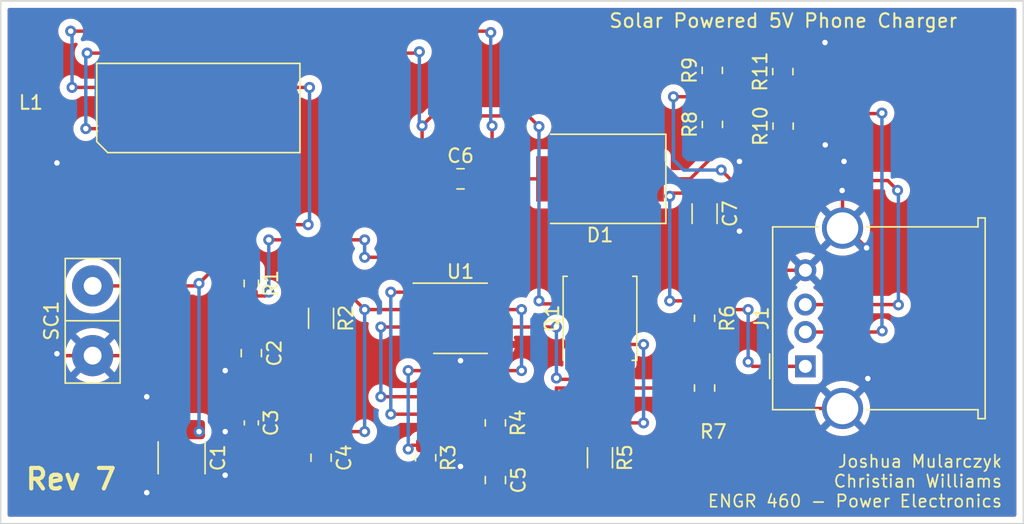
<source format=kicad_pcb>
(kicad_pcb (version 20211014) (generator pcbnew)
  (layers (0 "F.Cu" signal) (31 "B.Cu" signal) (34 "B.Paste" user) (35 "F.Paste" user) (36 "B.SilkS" user "B.Silkscreen") (37 "F.SilkS" user "F.Silkscreen") (38 "B.Mask" user) (39 "F.Mask" user) (44 "Edge.Cuts" user))
  (net 0 "")
  (net 1 "Net-(C4-Pad1)")
  (net 2 "Net-(C3-Pad1)")
  (net 3 "Net-(C5-Pad1)")
  (net 4 "GND")
  (net 5 "Net-(C1-Pad1)")
  (net 6 "Net-(C2-Pad1)")
  (net 7 "Net-(R3-Pad1)")
  (net 8 "Net-(R4-Pad1)")
  (net 9 "Net-(C7-Pad1)")
  (net 10 "Net-(R6-Pad2)")
  (net 11 "Net-(C6-Pad1)")
  (net 12 "Net-(Q1-Pad4)")
  (net 13 "Net-(C6-Pad2)")
  (net 14 "Net-(J1-Pad3)")
  (net 15 "Net-(J1-Pad2)")
  (footprint "SolarChargelibrary:SIP-2" (layer "F.Cu") (at 100.2 71.3 -90)
    (fp_text reference "SC1" (at 0 3 90) (layer "F.SilkS"))
    (fp_text value "Solar_Cell")
    (fp_line (start 4.54 -2) (end 4.54 2) (layer "F.SilkS") (width 0.12))
    (fp_line (start 0 -2) (end 0 2) (layer "F.SilkS") (width 0.12))
    (fp_line (start -4.54 -2) (end 4.54 -2) (layer "F.SilkS") (width 0.12))
    (fp_line (start -4.54 2) (end -4.54 -2) (layer "F.SilkS") (width 0.12))
    (fp_line (start 4.54 2) (end -4.54 2) (layer "F.SilkS") (width 0.12))
    (pad "1" thru_hole circle (at -2.54 0 270) (size 3 3) (drill 1.3) (layers *.Cu *.Mask) (net 5 "Net-(C1-Pad1)"))
    (pad "2" thru_hole circle (at 2.54 0 270) (size 3 3) (drill 1.3) (layers *.Cu *.Mask) (net 4 "GND"))
  )
  (footprint "Diode_SMD:D_SMC" (layer "F.Cu") (at 137.16 60.96 180)
    (fp_text reference "D1" (at 0 -4.1 180) (layer "F.SilkS"))
    (fp_text value "B340")
    (fp_line (start -4.8 3.25) (end -4.8 -3.25) (layer "F.SilkS") (width 0.12))
    (fp_line (start -4.8 3.25) (end 3.6 3.25) (layer "F.SilkS") (width 0.12))
    (fp_line (start -4.8 -3.25) (end 3.6 -3.25) (layer "F.SilkS") (width 0.12))
    (pad "1" smd rect (at -3.4 0 270) (size 3.3 2.5) (layers "F.Cu" "F.Paste" "F.Mask") (net 9 "Net-(C7-Pad1)"))
    (pad "2" smd rect (at 3.4 0 270) (size 3.3 2.5) (layers "F.Cu" "F.Paste" "F.Mask") (net 13 "Net-(C6-Pad2)"))
  )
  (footprint "Package_SO:SOIC-8_3.9x4.9mm_P1.27mm" (layer "F.Cu") (at 127 71.12)
    (fp_text reference "U1" (at 0 -3.4) (layer "F.SilkS"))
    (fp_text value "LM3478MA_NOPB")
    (fp_line (start 0 2.56) (end 1.95 2.56) (layer "F.SilkS") (width 0.12))
    (fp_line (start 0 2.56) (end -1.95 2.56) (layer "F.SilkS") (width 0.12))
    (fp_line (start 0 -2.56) (end -3.45 -2.56) (layer "F.SilkS") (width 0.12))
    (fp_line (start 0 -2.56) (end 1.95 -2.56) (layer "F.SilkS") (width 0.12))
    (pad "1" smd roundrect (at -2.475 -1.905) (size 1.95 0.6) (layers "F.Cu" "F.Paste" "F.Mask") (net 8 "Net-(R4-Pad1)"))
    (pad "2" smd roundrect (at -2.475 -0.635) (size 1.95 0.6) (layers "F.Cu" "F.Paste" "F.Mask") (net 1 "Net-(C4-Pad1)"))
    (pad "3" smd roundrect (at -2.475 0.635) (size 1.95 0.6) (layers "F.Cu" "F.Paste" "F.Mask") (net 10 "Net-(R6-Pad2)"))
    (pad "4" smd roundrect (at -2.475 1.905) (size 1.95 0.6) (layers "F.Cu" "F.Paste" "F.Mask") (net 4 "GND"))
    (pad "5" smd roundrect (at 2.475 1.905) (size 1.95 0.6) (layers "F.Cu" "F.Paste" "F.Mask") (net 4 "GND"))
    (pad "6" smd roundrect (at 2.475 0.635) (size 1.95 0.6) (layers "F.Cu" "F.Paste" "F.Mask") (net 12 "Net-(Q1-Pad4)"))
    (pad "7" smd roundrect (at 2.475 -0.635) (size 1.95 0.6) (layers "F.Cu" "F.Paste" "F.Mask") (net 7 "Net-(R3-Pad1)"))
    (pad "8" smd roundrect (at 2.475 -1.905) (size 1.95 0.6) (layers "F.Cu" "F.Paste" "F.Mask") (net 6 "Net-(C2-Pad1)"))
  )
  (footprint "Resistor_SMD:R_0805_2012Metric" (layer "F.Cu") (at 150.48 53.1475 90)
    (fp_text reference "R11" (at 0 -1.65 90) (layer "F.SilkS"))
    (fp_text value "100k")
    (fp_line (start -0.227064 -0.735) (end 0.227064 -0.735) (layer "F.SilkS") (width 0.12))
    (fp_line (start -0.227064 0.735) (end 0.227064 0.735) (layer "F.SilkS") (width 0.12))
    (pad "1" smd roundrect (at -0.9125 0 90) (size 1.025 1.4) (layers "F.Cu" "F.Paste" "F.Mask") (roundrect_rratio 0.243902439) (net 15 "Net-(J1-Pad2)"))
    (pad "2" smd roundrect (at 0.9125 0 90) (size 1.025 1.4) (layers "F.Cu" "F.Paste" "F.Mask") (roundrect_rratio 0.243902439) (net 4 "GND"))
  )
  (footprint "SolarChargelibrary:DRQ" (layer "F.Cu") (at 107.9 55.8)
    (fp_text reference "L1" (at -12.2 -0.4 180) (layer "F.SilkS"))
    (fp_text value "10u")
    (fp_line (start -6.6 3.25) (end -7.4 2.45) (layer "F.SilkS") (width 0.12))
    (fp_line (start 7.4 -3.25) (end 7.4 3.25) (layer "F.SilkS") (width 0.12))
    (fp_line (start -7.4 2.45) (end -7.4 -3.25) (layer "F.SilkS") (width 0.12))
    (fp_line (start 7.4 3.25) (end -6.6 3.25) (layer "F.SilkS") (width 0.12))
    (fp_line (start -7.4 -3.25) (end 7.4 -3.25) (layer "F.SilkS") (width 0.12))
    (pad "1" smd rect (at -4.975 1.5) (size 3.85 2.5) (layers "F.Cu" "F.Paste" "F.Mask") (net 11 "Net-(C6-Pad1)"))
    (pad "2" smd rect (at -4.975 -1.5) (size 3.85 2.5) (layers "F.Cu" "F.Paste" "F.Mask") (net 13 "Net-(C6-Pad2)"))
    (pad "3" smd rect (at 4.975 -1.5) (size 3.85 2.5) (layers "F.Cu" "F.Paste" "F.Mask") (net 5 "Net-(C1-Pad1)"))
    (pad "4" smd rect (at 4.975 1.5) (size 3.85 2.5) (layers "F.Cu" "F.Paste" "F.Mask") (net 4 "GND"))
  )
  (footprint "Resistor_SMD:R_1206_3216Metric" (layer "F.Cu") (at 116.84 71.12 -90)
    (fp_text reference "R2" (at 0 -1.82 -90) (layer "F.SilkS"))
    (fp_text value "887")
    (fp_line (start -0.727064 0.91) (end 0.727064 0.91) (layer "F.SilkS") (width 0.12))
    (fp_line (start -0.727064 -0.91) (end 0.727064 -0.91) (layer "F.SilkS") (width 0.12))
    (pad "1" smd roundrect (at -1.4625 0 270) (size 1.125 1.75) (layers "F.Cu" "F.Paste" "F.Mask") (roundrect_rratio 0.2222222222) (net 1 "Net-(C4-Pad1)"))
    (pad "2" smd roundrect (at 1.4625 0 270) (size 1.125 1.75) (layers "F.Cu" "F.Paste" "F.Mask") (roundrect_rratio 0.2222222222) (net 2 "Net-(C3-Pad1)"))
  )
  (footprint "Resistor_SMD:R_0805_2012Metric" (layer "F.Cu") (at 124.46 81.28 -90)
    (fp_text reference "R3" (at 0 -1.65 -90) (layer "F.SilkS"))
    (fp_text value "51.1k")
    (fp_line (start -0.227064 -0.735) (end 0.227064 -0.735) (layer "F.SilkS") (width 0.12))
    (fp_line (start -0.227064 0.735) (end 0.227064 0.735) (layer "F.SilkS") (width 0.12))
    (pad "1" smd roundrect (at -0.9125 0 270) (size 1.025 1.4) (layers "F.Cu" "F.Paste" "F.Mask") (roundrect_rratio 0.243902439) (net 7 "Net-(R3-Pad1)"))
    (pad "2" smd roundrect (at 0.9125 0 270) (size 1.025 1.4) (layers "F.Cu" "F.Paste" "F.Mask") (roundrect_rratio 0.243902439) (net 4 "GND"))
  )
  (footprint "Capacitor_SMD:C_0805_2012Metric" (layer "F.Cu") (at 127 60.96)
    (fp_text reference "C6" (at 0 -1.68) (layer "F.SilkS"))
    (fp_text value "1u")
    (fp_line (start -0.261252 -0.735) (end 0.261252 -0.735) (layer "F.SilkS") (width 0.12))
    (fp_line (start -0.261252 0.735) (end 0.261252 0.735) (layer "F.SilkS") (width 0.12))
    (pad "1" smd roundrect (at -0.95 0) (size 1 1.45) (layers "F.Cu" "F.Paste" "F.Mask") (net 11 "Net-(C6-Pad1)"))
    (pad "2" smd roundrect (at 0.95 0) (size 1 1.45) (layers "F.Cu" "F.Paste" "F.Mask") (net 13 "Net-(C6-Pad2)"))
  )
  (footprint "Resistor_SMD:R_0805_2012Metric" (layer "F.Cu") (at 129.54 78.74 -90)
    (fp_text reference "R4" (at 0 -1.65 -90) (layer "F.SilkS"))
    (fp_text value "100")
    (fp_line (start -0.227064 0.735) (end 0.227064 0.735) (layer "F.SilkS") (width 0.12))
    (fp_line (start -0.227064 -0.735) (end 0.227064 -0.735) (layer "F.SilkS") (width 0.12))
    (pad "1" smd roundrect (at -0.9125 0 270) (size 1.025 1.4) (layers "F.Cu" "F.Paste" "F.Mask") (roundrect_rratio 0.243902439) (net 8 "Net-(R4-Pad1)"))
    (pad "2" smd roundrect (at 0.9125 0 270) (size 1.025 1.4) (layers "F.Cu" "F.Paste" "F.Mask") (roundrect_rratio 0.243902439) (net 3 "Net-(C5-Pad1)"))
  )
  (footprint "Capacitor_SMD:C_0603_1608Metric" (layer "F.Cu") (at 111.76 78.74 -90)
    (fp_text reference "C3" (at 0 -1.43 -90) (layer "F.SilkS"))
    (fp_text value "82n")
    (fp_line (start -0.14058 0.51) (end 0.14058 0.51) (layer "F.SilkS") (width 0.12))
    (fp_line (start -0.14058 -0.51) (end 0.14058 -0.51) (layer "F.SilkS") (width 0.12))
    (pad "1" smd roundrect (at -0.775 0 270) (size 0.9 0.95) (layers "F.Cu" "F.Paste" "F.Mask") (net 2 "Net-(C3-Pad1)"))
    (pad "2" smd roundrect (at 0.775 0 270) (size 0.9 0.95) (layers "F.Cu" "F.Paste" "F.Mask") (net 4 "GND"))
  )
  (footprint "Capacitor_SMD:C_0805_2012Metric" (layer "F.Cu") (at 111.76 73.66 -90)
    (fp_text reference "C2" (at 0 -1.68 -90) (layer "F.SilkS"))
    (fp_text value "100n")
    (fp_line (start -0.261252 -0.735) (end 0.261252 -0.735) (layer "F.SilkS") (width 0.12))
    (fp_line (start -0.261252 0.735) (end 0.261252 0.735) (layer "F.SilkS") (width 0.12))
    (pad "1" smd roundrect (at -0.95 0 270) (size 1 1.45) (layers "F.Cu" "F.Paste" "F.Mask") (net 6 "Net-(C2-Pad1)"))
    (pad "2" smd roundrect (at 0.95 0 270) (size 1 1.45) (layers "F.Cu" "F.Paste" "F.Mask") (net 4 "GND"))
  )
  (footprint "Resistor_SMD:R_0603_1608Metric" (layer "F.Cu") (at 111.76 68.58 -90)
    (fp_text reference "R1" (at 0 -1.43 -90) (layer "F.SilkS"))
    (fp_text value "20")
    (fp_line (start -0.237258 0.5225) (end 0.237258 0.5225) (layer "F.SilkS") (width 0.12))
    (fp_line (start -0.237258 -0.5225) (end 0.237258 -0.5225) (layer "F.SilkS") (width 0.12))
    (pad "1" smd roundrect (at -0.825 0 270) (size 0.8 0.95) (layers "F.Cu" "F.Paste" "F.Mask") (net 5 "Net-(C1-Pad1)"))
    (pad "2" smd roundrect (at 0.825 0 270) (size 0.8 0.95) (layers "F.Cu" "F.Paste" "F.Mask") (net 6 "Net-(C2-Pad1)"))
  )
  (footprint "Resistor_SMD:R_0805_2012Metric" (layer "F.Cu") (at 144.78 71.12 -90)
    (fp_text reference "R6" (at 0 -1.65 -90) (layer "F.SilkS"))
    (fp_text value "29.4k")
    (fp_line (start -0.227064 -0.735) (end 0.227064 -0.735) (layer "F.SilkS") (width 0.12))
    (fp_line (start -0.227064 0.735) (end 0.227064 0.735) (layer "F.SilkS") (width 0.12))
    (pad "1" smd roundrect (at -0.9125 0 270) (size 1.025 1.4) (layers "F.Cu" "F.Paste" "F.Mask") (roundrect_rratio 0.243902439) (net 9 "Net-(C7-Pad1)"))
    (pad "2" smd roundrect (at 0.9125 0 270) (size 1.025 1.4) (layers "F.Cu" "F.Paste" "F.Mask") (roundrect_rratio 0.243902439) (net 10 "Net-(R6-Pad2)"))
  )
  (footprint "Resistor_SMD:R_0805_2012Metric" (layer "F.Cu") (at 145.35 56.9975 90)
    (fp_text reference "R8" (at 0 -1.65 90) (layer "F.SilkS"))
    (fp_text value "130k")
    (fp_line (start -0.227064 0.735) (end 0.227064 0.735) (layer "F.SilkS") (width 0.12))
    (fp_line (start -0.227064 -0.735) (end 0.227064 -0.735) (layer "F.SilkS") (width 0.12))
    (pad "1" smd roundrect (at -0.9125 0 90) (size 1.025 1.4) (layers "F.Cu" "F.Paste" "F.Mask") (roundrect_rratio 0.243902439) (net 9 "Net-(C7-Pad1)"))
    (pad "2" smd roundrect (at 0.9125 0 90) (size 1.025 1.4) (layers "F.Cu" "F.Paste" "F.Mask") (roundrect_rratio 0.243902439) (net 14 "Net-(J1-Pad3)"))
  )
  (footprint "Resistor_SMD:R_0805_2012Metric" (layer "F.Cu") (at 145.34 53.0575 90)
    (fp_text reference "R9" (at 0 -1.65 90) (layer "F.SilkS"))
    (fp_text value "160k")
    (fp_line (start -0.227064 0.735) (end 0.227064 0.735) (layer "F.SilkS") (width 0.12))
    (fp_line (start -0.227064 -0.735) (end 0.227064 -0.735) (layer "F.SilkS") (width 0.12))
    (pad "1" smd roundrect (at -0.9125 0 90) (size 1.025 1.4) (layers "F.Cu" "F.Paste" "F.Mask") (roundrect_rratio 0.243902439) (net 14 "Net-(J1-Pad3)"))
    (pad "2" smd roundrect (at 0.9125 0 90) (size 1.025 1.4) (layers "F.Cu" "F.Paste" "F.Mask") (roundrect_rratio 0.243902439) (net 4 "GND"))
  )
  (footprint "Capacitor_SMD:C_1812_4532Metric" (layer "F.Cu") (at 106.68 81.28 -90)
    (fp_text reference "C1" (at 0 -2.65 -90) (layer "F.SilkS"))
    (fp_text value "10u")
    (fp_line (start -1.161252 -1.71) (end 1.161252 -1.71) (layer "F.SilkS") (width 0.12))
    (fp_line (start -1.161252 1.71) (end 1.161252 1.71) (layer "F.SilkS") (width 0.12))
    (pad "1" smd roundrect (at -2.05 0 270) (size 1.4 3.4) (layers "F.Cu" "F.Paste" "F.Mask") (roundrect_rratio 0.1785707143) (net 5 "Net-(C1-Pad1)"))
    (pad "2" smd roundrect (at 2.05 0 270) (size 1.4 3.4) (layers "F.Cu" "F.Paste" "F.Mask") (roundrect_rratio 0.1785707143) (net 4 "GND"))
  )
  (footprint "Resistor_SMD:R_0805_2012Metric" (layer "F.Cu") (at 144.78 76.2 -90)
    (fp_text reference "R7" (at 3.175 -0.635 180) (layer "F.SilkS"))
    (fp_text value "10k")
    (fp_line (start -0.227064 0.735) (end 0.227064 0.735) (layer "F.SilkS") (width 0.12))
    (fp_line (start -0.227064 -0.735) (end 0.227064 -0.735) (layer "F.SilkS") (width 0.12))
    (pad "1" smd roundrect (at -0.9125 0 270) (size 1.025 1.4) (layers "F.Cu" "F.Paste" "F.Mask") (roundrect_rratio 0.243902439) (net 10 "Net-(R6-Pad2)"))
    (pad "2" smd roundrect (at 0.9125 0 270) (size 1.025 1.4) (layers "F.Cu" "F.Paste" "F.Mask") (roundrect_rratio 0.243902439) (net 4 "GND"))
  )
  (footprint "Package_TO_SOT_SMD:TDSON-8-1" (layer "F.Cu") (at 137.16 71.12 90)
    (fp_text reference "Q1" (at 0 -3.5 90) (layer "F.SilkS"))
    (fp_text value "CSD16410Q5A")
    (fp_line (start -3.06 2.335) (end -3.06 2.685) (layer "F.SilkS") (width 0.12))
    (fp_line (start 3.06 2.685) (end -3.06 2.685) (layer "F.SilkS") (width 0.12))
    (fp_line (start 3.06 -2.385) (end 3.06 -2.685) (layer "F.SilkS") (width 0.12))
    (fp_line (start 3.06 -2.685) (end -3.06 -2.685) (layer "F.SilkS") (width 0.12))
    (fp_line (start 3.06 2.385) (end 3.06 2.685) (layer "F.SilkS") (width 0.12))
    (pad "1" smd rect (at -2.9 -1.905 90) (size 0.85 0.5) (layers "F.Cu" "F.Paste" "F.Mask") (net 3 "Net-(C5-Pad1)"))
    (pad "2" smd rect (at -2.9 -0.635 90) (size 0.85 0.5) (layers "F.Cu" "F.Paste" "F.Mask") (net 3 "Net-(C5-Pad1)"))
    (pad "3" smd rect (at -2.9 0.635 90) (size 0.85 0.5) (layers "F.Cu" "F.Paste" "F.Mask") (net 3 "Net-(C5-Pad1)"))
    (pad "4" smd rect (at -2.9 1.905 90) (size 0.85 0.5) (layers "F.Cu" "F.Paste" "F.Mask") (net 12 "Net-(Q1-Pad4)"))
    (pad "5" smd rect (at 1.05 0 90) (size 4.55 4.41) (layers "F.Cu") (net 11 "Net-(C6-Pad1)"))
  )
  (footprint "Resistor_SMD:R_0805_2012Metric" (layer "F.Cu") (at 150.5 57.1175 90)
    (fp_text reference "R10" (at 0 -1.65 90) (layer "F.SilkS"))
    (fp_text value "150k")
    (fp_line (start -0.227064 -0.735) (end 0.227064 -0.735) (layer "F.SilkS") (width 0.12))
    (fp_line (start -0.227064 0.735) (end 0.227064 0.735) (layer "F.SilkS") (width 0.12))
    (pad "1" smd roundrect (at -0.9125 0 90) (size 1.025 1.4) (layers "F.Cu" "F.Paste" "F.Mask") (roundrect_rratio 0.243902439) (net 9 "Net-(C7-Pad1)"))
    (pad "2" smd roundrect (at 0.9125 0 90) (size 1.025 1.4) (layers "F.Cu" "F.Paste" "F.Mask") (roundrect_rratio 0.243902439) (net 15 "Net-(J1-Pad2)"))
  )
  (footprint "Connector_USB:USB_A_Molex_67643_Horizontal" (layer "F.Cu") (at 152.12 74.62 90)
    (fp_text reference "J1" (at 3.5 -3.19 90) (layer "F.SilkS"))
    (fp_text value "USB_A")
    (fp_line (start 10.81 13.1) (end 10.81 12.58) (layer "F.SilkS") (width 0.12))
    (fp_line (start 10.81 12.58) (end 10.16 12.58) (layer "F.SilkS") (width 0.12))
    (fp_line (start -3.16 12.58) (end -3.81 12.58) (layer "F.SilkS") (width 0.12))
    (fp_line (start 10.16 -2.38) (end 10.16 0.95) (layer "F.SilkS") (width 0.12))
    (fp_line (start 10.16 4.47) (end 10.16 12.58) (layer "F.SilkS") (width 0.12))
    (fp_line (start -3.16 -2.38) (end 10.16 -2.38) (layer "F.SilkS") (width 0.12))
    (fp_line (start -0.9 -2.6) (end 0.9 -2.6) (layer "F.SilkS") (width 0.12))
    (fp_line (start -3.16 12.58) (end -3.16 4.47) (layer "F.SilkS") (width 0.12))
    (fp_line (start -3.16 -2.38) (end -3.16 0.95) (layer "F.SilkS") (width 0.12))
    (fp_line (start -3.81 13.1) (end 10.81 13.1) (layer "F.SilkS") (width 0.12))
    (fp_line (start -3.81 12.58) (end -3.81 13.1) (layer "F.SilkS") (width 0.12))
    (pad "1" thru_hole rect (at 0 0 90) (size 1.6 1.5) (drill 0.95) (layers *.Cu *.Mask) (net 9 "Net-(C7-Pad1)"))
    (pad "2" thru_hole circle (at 2.5 0 90) (size 1.6 1.6) (drill 0.95) (layers *.Cu *.Mask) (net 15 "Net-(J1-Pad2)"))
    (pad "3" thru_hole circle (at 4.5 0 90) (size 1.6 1.6) (drill 0.95) (layers *.Cu *.Mask) (net 14 "Net-(J1-Pad3)"))
    (pad "4" thru_hole circle (at 7 0 90) (size 1.6 1.6) (drill 0.95) (layers *.Cu *.Mask) (net 4 "GND"))
    (pad "5" thru_hole circle (at 10.07 2.71 90) (size 3 3) (drill 2.3) (layers *.Cu *.Mask) (net 4 "GND"))
    (pad "5" thru_hole circle (at -3.07 2.71 90) (size 3 3) (drill 2.3) (layers *.Cu *.Mask) (net 4 "GND"))
  )
  (footprint "Capacitor_SMD:C_1206_3216Metric" (layer "F.Cu") (at 144.78 63.5 -90)
    (fp_text reference "C7" (at 0 -1.85 -90) (layer "F.SilkS"))
    (fp_text value "47u")
    (fp_line (start -0.711252 -0.91) (end 0.711252 -0.91) (layer "F.SilkS") (width 0.12))
    (fp_line (start -0.711252 0.91) (end 0.711252 0.91) (layer "F.SilkS") (width 0.12))
    (pad "1" smd roundrect (at -1.475 0 270) (size 1.15 1.8) (layers "F.Cu" "F.Paste" "F.Mask") (roundrect_rratio 0.2173913043) (net 9 "Net-(C7-Pad1)"))
    (pad "2" smd roundrect (at 1.475 0 270) (size 1.15 1.8) (layers "F.Cu" "F.Paste" "F.Mask") (roundrect_rratio 0.2173913043) (net 4 "GND"))
  )
  (footprint "Capacitor_SMD:C_0805_2012Metric" (layer "F.Cu") (at 129.54 82.9075 -90)
    (fp_text reference "C5" (at 0 -1.68 -90) (layer "F.SilkS"))
    (fp_text value "1n")
    (fp_line (start -0.261252 -0.735) (end 0.261252 -0.735) (layer "F.SilkS") (width 0.12))
    (fp_line (start -0.261252 0.735) (end 0.261252 0.735) (layer "F.SilkS") (width 0.12))
    (pad "1" smd roundrect (at -0.95 0 270) (size 1 1.45) (layers "F.Cu" "F.Paste" "F.Mask") (net 3 "Net-(C5-Pad1)"))
    (pad "2" smd roundrect (at 0.95 0 270) (size 1 1.45) (layers "F.Cu" "F.Paste" "F.Mask") (net 4 "GND"))
  )
  (footprint "Capacitor_SMD:C_0805_2012Metric" (layer "F.Cu") (at 116.84 81.28 -90)
    (fp_text reference "C4" (at 0 -1.68 -90) (layer "F.SilkS"))
    (fp_text value "200p")
    (fp_line (start -0.261252 -0.735) (end 0.261252 -0.735) (layer "F.SilkS") (width 0.12))
    (fp_line (start -0.261252 0.735) (end 0.261252 0.735) (layer "F.SilkS") (width 0.12))
    (pad "1" smd roundrect (at -0.95 0 270) (size 1 1.45) (layers "F.Cu" "F.Paste" "F.Mask") (net 1 "Net-(C4-Pad1)"))
    (pad "2" smd roundrect (at 0.95 0 270) (size 1 1.45) (layers "F.Cu" "F.Paste" "F.Mask") (net 4 "GND"))
  )
  (footprint "Resistor_SMD:R_1206_3216Metric" (layer "F.Cu") (at 137.16 81.28 -90)
    (fp_text reference "R5" (at 0 -1.82 -90) (layer "F.SilkS"))
    (fp_text value "25m")
    (fp_line (start -0.727064 0.91) (end 0.727064 0.91) (layer "F.SilkS") (width 0.12))
    (fp_line (start -0.727064 -0.91) (end 0.727064 -0.91) (layer "F.SilkS") (width 0.12))
    (pad "1" smd roundrect (at -1.4625 0 270) (size 1.125 1.75) (layers "F.Cu" "F.Paste" "F.Mask") (roundrect_rratio 0.2222222222) (net 3 "Net-(C5-Pad1)"))
    (pad "2" smd roundrect (at 1.4625 0 270) (size 1.125 1.75) (layers "F.Cu" "F.Paste" "F.Mask") (roundrect_rratio 0.2222222222) (net 4 "GND"))
  )
  (gr_rect (start 168 86.08) (end 93.5 48) (layer "Edge.Cuts") (width 0.1) (fill none))
  (gr_text "Solar Powered 5V Phone Charger" (at 150.51 49.44) (layer "F.SilkS") (effects (font (size 1 1))))
  (gr_text "Rev 7" (at 98.62 82.84) (layer "F.SilkS") (effects (font (size 1.5 1.5) (thickness 0.3))))
  (gr_text "Joshua Mularczyk\nChristian Williams\nENGR 460 - Power Electronics" (at 166.53 82.99) (layer "F.SilkS") (effects (font (size 0.9 0.9) (thickness 0.125)) (justify right)))
  (segment (start 120.015 70.485) (end 118.05 68.52) (width 0.25) (layer "F.Cu") (net 1))
  (segment (start 117.0725 79.375) (end 120.015 79.375) (width 0.25) (layer "F.Cu") (net 1))
  (segment (start 120.015 70.485) (end 124.525 70.485) (width 0.25) (layer "F.Cu") (net 1))
  (segment (start 116.84 79.1425) (end 117.0725 79.375) (width 0.25) (layer "F.Cu") (net 1))
  (segment (start 118.05 68.52) (end 116.84 68.52) (width 0.25) (layer "F.Cu") (net 1))
  (segment (start 116.84 80.505) (end 116.84 79.1425) (width 0.25) (layer "F.Cu") (net 1))
  (segment (start 116.84 69.6575) (end 116.84 68.52) (width 0.25) (layer "F.Cu") (net 1))
  (via (at 120.015 70.485) (size 0.8) (drill 0.4) (layers "F.Cu" "B.Cu") (net 1))
  (via (at 120.015 79.375) (size 0.8) (drill 0.4) (layers "F.Cu" "B.Cu") (net 1))
  (segment (start 120.015 79.375) (end 120.015 70.485) (width 0.25) (layer "B.Cu") (net 1))
  (segment (start 116.4325 77.8775) (end 111.76 77.8775) (width 0.25) (layer "F.Cu") (net 2))
  (segment (start 116.84 72.5825) (end 116.84 77.47) (width 0.25) (layer "F.Cu") (net 2))
  (segment (start 116.84 77.47) (end 116.4325 77.8775) (width 0.25) (layer "F.Cu") (net 2))
  (segment (start 137.1 78.74) (end 130.81 78.74) (width 0.25) (layer "F.Cu") (net 3))
  (segment (start 136.525 73.025) (end 136.525 74.02) (width 0.25) (layer "F.Cu") (net 3))
  (segment (start 136.525 74.02) (end 135.255 74.02) (width 0.25) (layer "F.Cu") (net 3))
  (segment (start 137.16 78.68) (end 137.1 78.74) (width 0.25) (layer "F.Cu") (net 3))
  (segment (start 137.16 79.8175) (end 137.16 78.8) (width 0.25) (layer "F.Cu") (net 3))
  (segment (start 140.335 73.025) (end 136.525 73.025) (width 0.25) (layer "F.Cu") (net 3))
  (segment (start 130.81 80.01) (end 129.8975 80.01) (width 0.25) (layer "F.Cu") (net 3))
  (segment (start 137.16 78.68) (end 137.22 78.74) (width 0.25) (layer "F.Cu") (net 3))
  (segment (start 129.8975 80.01) (end 129.54 79.6525) (width 0.25) (layer "F.Cu") (net 3))
  (segment (start 129.54 79.6525) (end 129.54 82.045) (width 0.25) (layer "F.Cu") (net 3))
  (segment (start 137.16 78.8) (end 137.22 78.74) (width 0.25) (layer "F.Cu") (net 3))
  (segment (start 130.81 78.74) (end 130.81 80.01) (width 0.25) (layer "F.Cu") (net 3))
  (segment (start 137.22 78.74) (end 140.335 78.74) (width 0.25) (layer "F.Cu") (net 3))
  (segment (start 137.795 74.02) (end 136.525 74.02) (width 0.25) (layer "F.Cu") (net 3))
  (via (at 140.335 78.74) (size 0.8) (drill 0.4) (layers "F.Cu" "B.Cu") (net 3))
  (via (at 140.335 73.025) (size 0.8) (drill 0.4) (layers "F.Cu" "B.Cu") (net 3))
  (segment (start 140.335 78.74) (end 140.335 73.025) (width 0.25) (layer "B.Cu") (net 3))
  (segment (start 154.83 77.69) (end 145.3575 77.69) (width 0.25) (layer "F.Cu") (net 4))
  (segment (start 110.2625 74.5225) (end 109.855 74.93) (width 0.25) (layer "F.Cu") (net 4))
  (segment (start 109.855 79.375) (end 111.5325 79.375) (width 0.25) (layer "F.Cu") (net 4))
  (segment (start 137.16 83.66) (end 137.05 83.77) (width 0.25) (layer "F.Cu") (net 4))
  (segment (start 112.875 59.775) (end 112.9 59.8) (width 0.25) (layer "F.Cu") (net 4))
  (segment (start 137.16 83.88) (end 138.0125 83.88) (width 0.25) (layer "F.Cu") (net 4))
  (segment (start 152.12 67.62) (end 150.17 67.62) (width 0.25) (layer "F.Cu") (net 4))
  (segment (start 106.68 82.78) (end 109.625 82.78) (width 0.25) (layer "F.Cu") (net 4))
  (segment (start 129.54 73.09) (end 129.475 73.025) (width 0.25) (layer "F.Cu") (net 4))
  (segment (start 153.53 51.01) (end 153.55 51.03) (width 0.25) (layer "F.Cu") (net 4))
  (segment (start 123.235 83.4175) (end 124.46 82.1925) (width 0.25) (layer "F.Cu") (net 4))
  (segment (start 124.46 74.295) (end 127 74.295) (width 0.25) (layer "F.Cu") (net 4))
  (segment (start 137.05 83.77) (end 137.16 83.88) (width 0.25) (layer "F.Cu") (net 4))
  (segment (start 129.54 83.77) (end 137.05 83.77) (width 0.25) (layer "F.Cu") (net 4))
  (segment (start 156.67 75.51) (end 156.67 75.85) (width 0.25) (layer "F.Cu") (net 4))
  (segment (start 150.47 51) (end 150.48 51.01) (width 0.25) (layer "F.Cu") (net 4))
  (segment (start 145.3575 77.69) (end 144.78 77.1125) (width 0.25) (layer "F.Cu") (net 4))
  (segment (start 127 74.295) (end 127 74.2055) (width 0.25) (layer "F.Cu") (net 4))
  (segment (start 111.5325 79.375) (end 111.76 79.6025) (width 0.25) (layer "F.Cu") (net 4))
  (segment (start 154.83 64.55) (end 155.14 64.55) (width 0.25) (layer "F.Cu") (net 4))
  (segment (start 153.57 58.49) (end 153.74 58.49) (width 0.25) (layer "F.Cu") (net 4))
  (segment (start 97.6 73.7) (end 97.74 73.84) (width 0.25) (layer "F.Cu") (net 4))
  (segment (start 104.14 74.98) (end 104.14 76.835) (width 0.25) (layer "F.Cu") (net 4))
  (segment (start 100.2 73.84) (end 103 73.84) (width 0.25) (layer "F.Cu") (net 4))
  (segment (start 127 74.295) (end 129.54 74.295) (width 0.25) (layer "F.Cu") (net 4))
  (segment (start 145.34 52.145) (end 145.34 51.15) (width 0.25) (layer "F.Cu") (net 4))
  (segment (start 111.76 83.185) (end 111.9925 83.4175) (width 0.25) (layer "F.Cu") (net 4))
  (segment (start 116.84 83.4175) (end 123.235 83.4175) (width 0.25) (layer "F.Cu") (net 4))
  (segment (start 109.625 82.78) (end 109.855 82.55) (width 0.25) (layer "F.Cu") (net 4))
  (segment (start 156.67 75.85) (end 154.83 77.69) (width 0.25) (layer "F.Cu") (net 4))
  (segment (start 150.48 51.01) (end 150.48 52.235) (width 0.25) (layer "F.Cu") (net 4))
  (segment (start 126.0375 83.77) (end 124.46 82.1925) (width 0.25) (layer "F.Cu") (net 4))
  (segment (start 154.83 64.55) (end 154.83 61.84) (width 0.25) (layer "F.Cu") (net 4))
  (segment (start 129.54 83.77) (end 126.0375 83.77) (width 0.25) (layer "F.Cu") (net 4))
  (segment (start 111.76 79.6025) (end 111.76 83.185) (width 0.25) (layer "F.Cu") (net 4))
  (segment (start 106.68 83.82) (end 106.68 82.78) (width 0.25) (layer "F.Cu") (net 4))
  (segment (start 150.17 67.62) (end 147.32 64.77) (width 0.25) (layer "F.Cu") (net 4))
  (segment (start 145.34 51.15) (end 145.49 51) (width 0.25) (layer "F.Cu") (net 4))
  (segment (start 112.9 59.8) (end 97.6 59.8) (width 0.25) (layer "F.Cu") (net 4))
  (segment (start 137.16 82.7425) (end 137.16 83.66) (width 0.25) (layer "F.Cu") (net 4))
  (segment (start 97.74 73.84) (end 100.2 73.84) (width 0.25) (layer "F.Cu") (net 4))
  (segment (start 124.525 73.025) (end 124.525 74.23) (width 0.25) (layer "F.Cu") (net 4))
  (segment (start 124.7375 81.915) (end 124.46 82.1925) (width 0.25) (layer "F.Cu") (net 4))
  (segment (start 138.0125 83.88) (end 144.78 77.1125) (width 0.25) (layer "F.Cu") (net 4))
  (segment (start 112.875 57.3) (end 112.875 59.775) (width 0.25) (layer "F.Cu") (net 4))
  (segment (start 153.74 58.49) (end 154.94 59.69) (width 0.25) (layer "F.Cu") (net 4))
  (segment (start 147.09 65) (end 147.32 64.77) (width 0.25) (layer "F.Cu") (net 4))
  (segment (start 103 73.84) (end 104.14 74.98) (width 0.25) (layer "F.Cu") (net 4))
  (segment (start 116.84 82.055) (end 116.84 83.4175) (width 0.25) (layer "F.Cu") (net 4))
  (segment (start 111.76 74.5225) (end 110.2625 74.5225) (width 0.25) (layer "F.Cu") (net 4))
  (segment (start 150.48 51.01) (end 153.53 51.01) (width 0.25) (layer "F.Cu") (net 4))
  (segment (start 124.525 74.23) (end 124.46 74.295) (width 0.25) (layer "F.Cu") (net 4))
  (segment (start 145.49 51) (end 150.47 51) (width 0.25) (layer "F.Cu") (net 4))
  (segment (start 155.14 64.55) (end 156.58 65.99) (width 0.25) (layer "F.Cu") (net 4))
  (segment (start 154.83 61.84) (end 154.8 61.81) (width 0.25) (layer "F.Cu") (net 4))
  (segment (start 111.9925 83.4175) (end 116.84 83.4175) (width 0.25) (layer "F.Cu") (net 4))
  (segment (start 127 81.915) (end 124.7375 81.915) (width 0.25) (layer "F.Cu") (net 4))
  (segment (start 129.54 74.295) (end 129.54 73.09) (width 0.25) (layer "F.Cu") (net 4))
  (segment (start 104.14 83.82) (end 106.68 83.82) (width 0.25) (layer "F.Cu") (net 4))
  (segment (start 144.78 65) (end 147.09 65) (width 0.25) (layer "F.Cu") (net 4))
  (segment (start 147.32 59.69) (end 154.94 59.69) (width 0.25) (layer "F.Cu") (net 4))
  (via (at 127 81.915) (size 0.8) (drill 0.4) (layers "F.Cu" "B.Cu") (net 4))
  (via (at 156.67 75.51) (size 0.8) (drill 0.4) (layers "F.Cu" "B.Cu") (net 4))
  (via (at 127 74.2055) (size 0.8) (drill 0.4) (layers "F.Cu" "B.Cu") (net 4))
  (via (at 97.6 73.7) (size 0.8) (drill 0.4) (layers "F.Cu" "B.Cu") (net 4))
  (via (at 97.6 59.8) (size 0.8) (drill 0.4) (layers "F.Cu" "B.Cu") (net 4))
  (via (at 153.57 58.49) (size 0.8) (drill 0.4) (layers "F.Cu" "B.Cu") (net 4))
  (via (at 147.32 64.77) (size 0.8) (drill 0.4) (layers "F.Cu" "B.Cu") (net 4))
  (via (at 104.14 76.835) (size 0.8) (drill 0.4) (layers "F.Cu" "B.Cu") (net 4))
  (via (at 147.32 59.69) (size 0.8) (drill 0.4) (layers "F.Cu" "B.Cu") (net 4))
  (via (at 109.855 74.93) (size 0.8) (drill 0.4) (layers "F.Cu" "B.Cu") (net 4))
  (via (at 153.55 51.03) (size 0.8) (drill 0.4) (layers "F.Cu" "B.Cu") (net 4))
  (via (at 109.855 79.375) (size 0.8) (drill 0.4) (layers "F.Cu" "B.Cu") (net 4))
  (via (at 104.14 83.82) (size 0.8) (drill 0.4) (layers "F.Cu" "B.Cu") (net 4))
  (via (at 156.58 65.99) (size 0.8) (drill 0.4) (layers "F.Cu" "B.Cu") (net 4))
  (via (at 154.8 61.81) (size 0.8) (drill 0.4) (layers "F.Cu" "B.Cu") (net 4))
  (via (at 109.855 82.55) (size 0.8) (drill 0.4) (layers "F.Cu" "B.Cu") (net 4))
  (via (at 154.94 59.69) (size 0.8) (drill 0.4) (layers "F.Cu" "B.Cu") (net 4))
  (segment (start 147.32 64.77) (end 147.32 59.69) (width 0.25) (layer "B.Cu") (net 4))
  (segment (start 97.6 59.8) (end 97.6 73.7) (width 0.25) (layer "B.Cu") (net 4))
  (segment (start 156.58 65.99) (end 156.58 75.42) (width 0.25) (layer "B.Cu") (net 4))
  (segment (start 104.14 83.82) (end 104.14 76.835) (width 0.25) (layer "B.Cu") (net 4))
  (segment (start 154.8 61.81) (end 154.8 59.83) (width 0.25) (layer "B.Cu") (net 4))
  (segment (start 127 74.2055) (end 127 81.915) (width 0.25) (layer "B.Cu") (net 4))
  (segment (start 153.55 51.03) (end 153.55 58.47) (width 0.25) (layer "B.Cu") (net 4))
  (segment (start 109.855 82.55) (end 109.855 79.375) (width 0.25) (layer "B.Cu") (net 4))
  (segment (start 153.55 58.47) (end 153.57 58.49) (width 0.25) (layer "B.Cu") (net 4))
  (segment (start 156.58 75.42) (end 156.67 75.51) (width 0.25) (layer "B.Cu") (net 4))
  (segment (start 154.8 59.83) (end 154.94 59.69) (width 0.25) (layer "B.Cu") (net 4))
  (segment (start 109.855 74.93) (end 109.855 79.375) (width 0.25) (layer "B.Cu") (net 4))
  (segment (start 106.68 79.78) (end 107.545 79.78) (width 0.25) (layer "F.Cu") (net 5))
  (segment (start 112.875 54.3) (end 116 54.3) (width 0.25) (layer "F.Cu") (net 5))
  (segment (start 108.8625 67.6675) (end 107.95 68.58) (width 0.25) (layer "F.Cu") (net 5))
  (segment (start 107.77 68.76) (end 107.95 68.58) (width 0.25) (layer "F.Cu") (net 5))
  (segment (start 111.6 67.5075) (end 111.76 67.6675) (width 0.25) (layer "F.Cu") (net 5))
  (segment (start 111.76 67.6675) (end 108.8625 67.6675) (width 0.25) (layer "F.Cu") (net 5))
  (segment (start 115.9 64.3) (end 111.6 64.3) (width 0.25) (layer "F.Cu") (net 5))
  (segment (start 111.6 64.3) (end 111.6 67.5075) (width 0.25) (layer "F.Cu") (net 5))
  (segment (start 107.545 79.78) (end 107.95 79.375) (width 0.25) (layer "F.Cu") (net 5))
  (segment (start 100.2 68.76) (end 107.77 68.76) (width 0.25) (layer "F.Cu") (net 5))
  (via (at 116 54.3) (size 0.8) (drill 0.4) (layers "F.Cu" "B.Cu") (net 5))
  (via (at 115.9 64.3) (size 0.8) (drill 0.4) (layers "F.Cu" "B.Cu") (net 5))
  (via (at 107.95 79.375) (size 0.8) (drill 0.4) (layers "F.Cu" "B.Cu") (net 5))
  (via (at 107.95 68.58) (size 0.8) (drill 0.4) (layers "F.Cu" "B.Cu") (net 5))
  (segment (start 107.95 79.375) (end 107.95 68.58) (width 0.25) (layer "B.Cu") (net 5))
  (segment (start 116 54.3) (end 116 64.2) (width 0.25) (layer "B.Cu") (net 5))
  (segment (start 116 64.2) (end 115.9 64.3) (width 0.25) (layer "B.Cu") (net 5))
  (segment (start 120.015 66.675) (end 129.54 66.675) (width 0.25) (layer "F.Cu") (net 6))
  (segment (start 111.76 69.4925) (end 111.76 72.7975) (width 0.25) (layer "F.Cu") (net 6))
  (segment (start 113.03 65.405) (end 120.015 65.405) (width 0.25) (layer "F.Cu") (net 6))
  (segment (start 112.7525 69.4925) (end 113.03 69.215) (width 0.25) (layer "F.Cu") (net 6))
  (segment (start 129.54 66.675) (end 129.54 69.15) (width 0.25) (layer "F.Cu") (net 6))
  (segment (start 111.76 69.4925) (end 112.7525 69.4925) (width 0.25) (layer "F.Cu") (net 6))
  (segment (start 129.54 69.15) (end 129.475 69.215) (width 0.25) (layer "F.Cu") (net 6))
  (via (at 120.015 65.405) (size 0.8) (drill 0.4) (layers "F.Cu" "B.Cu") (net 6))
  (via (at 113.03 69.215) (size 0.8) (drill 0.4) (layers "F.Cu" "B.Cu") (net 6))
  (via (at 120.015 66.675) (size 0.8) (drill 0.4) (layers "F.Cu" "B.Cu") (net 6))
  (via (at 113.03 65.405) (size 0.8) (drill 0.4) (layers "F.Cu" "B.Cu") (net 6))
  (segment (start 113.03 69.215) (end 113.03 65.405) (width 0.25) (layer "B.Cu") (net 6))
  (segment (start 120.015 65.405) (end 120.015 66.675) (width 0.25) (layer "B.Cu") (net 6))
  (segment (start 123.4675 80.3675) (end 123.19 80.645) (width 0.25) (layer "F.Cu") (net 7))
  (segment (start 123.19 74.93) (end 131.445 74.93) (width 0.25) (layer "F.Cu") (net 7))
  (segment (start 131.445 70.485) (end 129.475 70.485) (width 0.25) (layer "F.Cu") (net 7))
  (segment (start 124.46 80.3675) (end 123.4675 80.3675) (width 0.25) (layer "F.Cu") (net 7))
  (via (at 123.19 74.93) (size 0.8) (drill 0.4) (layers "F.Cu" "B.Cu") (net 7))
  (via (at 131.445 70.485) (size 0.8) (drill 0.4) (layers "F.Cu" "B.Cu") (net 7))
  (via (at 131.445 74.93) (size 0.8) (drill 0.4) (layers "F.Cu" "B.Cu") (net 7))
  (via (at 123.19 80.645) (size 0.8) (drill 0.4) (layers "F.Cu" "B.Cu") (net 7))
  (segment (start 131.445 74.93) (end 131.445 70.485) (width 0.25) (layer "B.Cu") (net 7))
  (segment (start 123.19 80.645) (end 123.19 74.93) (width 0.25) (layer "B.Cu") (net 7))
  (segment (start 124.525 69.215) (end 121.92 69.215) (width 0.25) (layer "F.Cu") (net 8))
  (segment (start 121.92 78.105) (end 129.2625 78.105) (width 0.25) (layer "F.Cu") (net 8))
  (segment (start 129.2625 78.105) (end 129.54 77.8275) (width 0.25) (layer "F.Cu") (net 8))
  (via (at 121.92 69.215) (size 0.8) (drill 0.4) (layers "F.Cu" "B.Cu") (net 8))
  (via (at 121.92 78.105) (size 0.8) (drill 0.4) (layers "F.Cu" "B.Cu") (net 8))
  (segment (start 121.92 69.215) (end 121.92 78.105) (width 0.25) (layer "B.Cu") (net 8))
  (segment (start 152.12 74.62) (end 148.28 74.62) (width 0.25) (layer "F.Cu") (net 9))
  (segment (start 150.5 59.06) (end 150.42 59.14) (width 0.25) (layer "F.Cu") (net 9))
  (segment (start 142.47 62) (end 142.24 62.23) (width 0.25) (layer "F.Cu") (net 9))
  (segment (start 146.75 57.91) (end 145.35 57.91) (width 0.25) (layer "F.Cu") (net 9))
  (segment (start 142.24 69.85) (end 144.4225 69.85) (width 0.25) (layer "F.Cu") (net 9))
  (segment (start 147.95 59.14) (end 147.12 58.31) (width 0.25) (layer "F.Cu") (net 9))
  (segment (start 139.31 60.96) (end 143.74 60.96) (width 0.25) (layer "F.Cu") (net 9))
  (segment (start 150.5 58.03) (end 150.5 59.06) (width 0.25) (layer "F.Cu") (net 9))
  (segment (start 144.78 62) (end 142.47 62) (width 0.25) (layer "F.Cu") (net 9))
  (segment (start 147.955 70.485) (end 145.0575 70.485) (width 0.25) (layer "F.Cu") (net 9))
  (segment (start 144.98625 70.41375) (end 144.78 70.2075) (width 0.25) (layer "F.Cu") (net 9))
  (segment (start 148.28 74.62) (end 147.955 74.295) (width 0.25) (layer "F.Cu") (net 9))
  (segment (start 144.78 70.61) (end 144.79 70.61) (width 0.25) (layer "F.Cu") (net 9))
  (segment (start 147.12 58.31) (end 147.12 58.28) (width 0.25) (layer "F.Cu") (net 9))
  (segment (start 145.35 57.91) (end 145.35 59.35) (width 0.25) (layer "F.Cu") (net 9))
  (segment (start 144.79 70.61) (end 144.98625 70.41375) (width 0.25) (layer "F.Cu") (net 9))
  (segment (start 147.12 58.28) (end 146.75 57.91) (width 0.25) (layer "F.Cu") (net 9))
  (segment (start 145.35 59.35) (end 143.74 60.96) (width 0.25) (layer "F.Cu") (net 9))
  (segment (start 143.74 60.96) (end 144.78 62) (width 0.25) (layer "F.Cu") (net 9))
  (segment (start 150.42 59.14) (end 147.95 59.14) (width 0.25) (layer "F.Cu") (net 9))
  (segment (start 144.4225 69.85) (end 144.78 70.2075) (width 0.25) (layer "F.Cu") (net 9))
  (segment (start 145.0575 70.485) (end 144.98625 70.41375) (width 0.25) (layer "F.Cu") (net 9))
  (via (at 142.24 62.23) (size 0.8) (drill 0.4) (layers "F.Cu" "B.Cu") (net 9))
  (via (at 147.955 70.485) (size 0.8) (drill 0.4) (layers "F.Cu" "B.Cu") (net 9))
  (via (at 142.24 69.85) (size 0.8) (drill 0.4) (layers "F.Cu" "B.Cu") (net 9))
  (via (at 147.955 74.295) (size 0.8) (drill 0.4) (layers "F.Cu" "B.Cu") (net 9))
  (segment (start 142.24 62.23) (end 142.24 69.85) (width 0.25) (layer "B.Cu") (net 9))
  (segment (start 147.955 74.295) (end 147.955 70.485) (width 0.25) (layer "B.Cu") (net 9))
  (segment (start 133.985 76.2) (end 143.8675 76.2) (width 0.25) (layer "F.Cu") (net 10))
  (segment (start 144.78 71.63) (end 144.78 75.2875) (width 0.25) (layer "F.Cu") (net 10))
  (segment (start 133.985 76.835) (end 133.985 76.2) (width 0.25) (layer "F.Cu") (net 10))
  (segment (start 143.8675 76.2) (end 144.78 75.2875) (width 0.25) (layer "F.Cu") (net 10))
  (segment (start 121.1955 76.835) (end 133.985 76.835) (width 0.25) (layer "F.Cu") (net 10))
  (segment (start 124.525 71.755) (end 121.1955 71.755) (width 0.25) (layer "F.Cu") (net 10))
  (via (at 121.1955 71.755) (size 0.8) (drill 0.4) (layers "F.Cu" "B.Cu") (net 10))
  (via (at 121.1955 76.835) (size 0.8) (drill 0.4) (layers "F.Cu" "B.Cu") (net 10))
  (segment (start 121.1955 71.755) (end 121.1955 76.835) (width 0.25) (layer "B.Cu") (net 10))
  (segment (start 137.16 70.07) (end 132.935 70.07) (width 0.25) (layer "F.Cu") (net 11))
  (segment (start 124.2 60.7975) (end 124.3625 60.96) (width 0.25) (layer "F.Cu") (net 11))
  (segment (start 124.2 57.1) (end 124.2 60.7975) (width 0.25) (layer "F.Cu") (net 11))
  (segment (start 102.925 57.3) (end 99.7 57.3) (width 0.25) (layer "F.Cu") (net 11))
  (segment (start 126.05 60.96) (end 124.3625 60.96) (width 0.25) (layer "F.Cu") (net 11))
  (segment (start 123.9 51.8) (end 124 51.7) (width 0.25) (layer "F.Cu") (net 11))
  (segment (start 132.935 70.07) (end 132.715 69.85) (width 0.25) (layer "F.Cu") (net 11))
  (segment (start 124.924511 56.375489) (end 131.940489 56.375489) (width 0.25) (layer "F.Cu") (net 11))
  (segment (start 131.940489 56.375489) (end 132.715 57.15) (width 0.25) (layer "F.Cu") (net 11))
  (segment (start 99.8 51.8) (end 123.9 51.8) (width 0.25) (layer "F.Cu") (net 11))
  (segment (start 124.2 57.1) (end 124.924511 56.375489) (width 0.25) (layer "F.Cu") (net 11))
  (via (at 132.715 69.85) (size 0.8) (drill 0.4) (layers "F.Cu" "B.Cu") (net 11))
  (via (at 132.715 57.15) (size 0.8) (drill 0.4) (layers "F.Cu" "B.Cu") (net 11))
  (via (at 124 51.7) (size 0.8) (drill 0.4) (layers "F.Cu" "B.Cu") (net 11))
  (via (at 99.8 51.8) (size 0.8) (drill 0.4) (layers "F.Cu" "B.Cu") (net 11))
  (via (at 99.7 57.3) (size 0.8) (drill 0.4) (layers "F.Cu" "B.Cu") (net 11))
  (via (at 124.2 57.1) (size 0.8) (drill 0.4) (layers "F.Cu" "B.Cu") (net 11))
  (segment (start 124 51.7) (end 124 56.9) (width 0.25) (layer "B.Cu") (net 11))
  (segment (start 132.715 69.85) (end 132.715 57.15) (width 0.25) (layer "B.Cu") (net 11))
  (segment (start 99.7 57.3) (end 99.7 51.9) (width 0.25) (layer "B.Cu") (net 11))
  (segment (start 124 56.9) (end 124.2 57.1) (width 0.25) (layer "B.Cu") (net 11))
  (segment (start 99.7 51.9) (end 99.8 51.8) (width 0.25) (layer "B.Cu") (net 11))
  (segment (start 139.065 75.565) (end 139.065 74.02) (width 0.25) (layer "F.Cu") (net 12))
  (segment (start 134.0745 75.565) (end 139.065 75.565) (width 0.25) (layer "F.Cu") (net 12))
  (segment (start 133.985 75.4755) (end 134.0745 75.565) (width 0.25) (layer "F.Cu") (net 12))
  (segment (start 129.475 71.755) (end 133.985 71.755) (width 0.25) (layer "F.Cu") (net 12))
  (via (at 133.985 71.755) (size 0.8) (drill 0.4) (layers "F.Cu" "B.Cu") (net 12))
  (via (at 133.985 75.4755) (size 0.8) (drill 0.4) (layers "F.Cu" "B.Cu") (net 12))
  (segment (start 133.985 71.755) (end 133.985 75.4755) (width 0.25) (layer "B.Cu") (net 12))
  (segment (start 98.6 50.2) (end 129.1 50.2) (width 0.25) (layer "F.Cu") (net 13))
  (segment (start 129.3 60.6225) (end 129.6375 60.96) (width 0.25) (layer "F.Cu") (net 13))
  (segment (start 129.1 50.2) (end 129.2 50.3) (width 0.25) (layer "F.Cu") (net 13))
  (segment (start 135.01 60.96) (end 129.6375 60.96) (width 0.25) (layer "F.Cu") (net 13))
  (segment (start 127.95 60.96) (end 128.9625 60.96) (width 0.25) (layer "F.Cu") (net 13))
  (segment (start 102.925 54.3) (end 98.7 54.3) (width 0.25) (layer "F.Cu") (net 13))
  (segment (start 129.3 57.1) (end 129.3 60.6225) (width 0.25) (layer "F.Cu") (net 13))
  (segment (start 128.9625 60.96) (end 129.3 60.6225) (width 0.25) (layer "F.Cu") (net 13))
  (via (at 129.2 50.3) (size 0.8) (drill 0.4) (layers "F.Cu" "B.Cu") (net 13))
  (via (at 98.7 54.3) (size 0.8) (drill 0.4) (layers "F.Cu" "B.Cu") (net 13))
  (via (at 129.3 57.1) (size 0.8) (drill 0.4) (layers "F.Cu" "B.Cu") (net 13))
  (via (at 98.6 50.2) (size 0.8) (drill 0.4) (layers "F.Cu" "B.Cu") (net 13))
  (segment (start 98.7 50.3) (end 98.6 50.2) (width 0.25) (layer "B.Cu") (net 13))
  (segment (start 129.2 50.3) (end 129.2 57) (width 0.25) (layer "B.Cu") (net 13))
  (segment (start 129.2 57) (end 129.3 57.1) (width 0.25) (layer "B.Cu") (net 13))
  (segment (start 98.7 54.3) (end 98.7 50.3) (width 0.25) (layer "B.Cu") (net 13))
  (segment (start 145.34 53.97) (end 145.34 56.075) (width 0.25) (layer "F.Cu") (net 14))
  (segment (start 142.51 54.98) (end 144.33 54.98) (width 0.25) (layer "F.Cu") (net 14))
  (segment (start 144.33 54.98) (end 145.34 53.97) (width 0.25) (layer "F.Cu") (net 14))
  (segment (start 146.755489 61.085489) (end 145.99 60.32) (width 0.25) (layer "F.Cu") (net 14))
  (segment (start 158.125489 61.085489) (end 146.755489 61.085489) (width 0.25) (layer "F.Cu") (net 14))
  (segment (start 158.84 61.8) (end 158.125489 61.085489) (width 0.25) (layer "F.Cu") (net 14))
  (segment (start 158.88 70.12) (end 158.9 70.14) (width 0.25) (layer "F.Cu") (net 14))
  (segment (start 152.12 70.12) (end 158.88 70.12) (width 0.25) (layer "F.Cu") (net 14))
  (segment (start 145.34 56.075) (end 145.35 56.085) (width 0.25) (layer "F.Cu") (net 14))
  (via (at 142.51 54.98) (size 0.8) (drill 0.4) (layers "F.Cu" "B.Cu") (net 14))
  (via (at 158.84 61.8) (size 0.8) (drill 0.4) (layers "F.Cu" "B.Cu") (net 14))
  (via (at 158.9 70.14) (size 0.8) (drill 0.4) (layers "F.Cu" "B.Cu") (net 14))
  (via (at 145.99 60.32) (size 0.8) (drill 0.4) (layers "F.Cu" "B.Cu") (net 14))
  (segment (start 143.26 60.32) (end 142.67 59.73) (width 0.25) (layer "B.Cu") (net 14))
  (segment (start 158.9 70.14) (end 158.9 61.86) (width 0.25) (layer "B.Cu") (net 14))
  (segment (start 142.67 59.73) (end 142.51 59.57) (width 0.25) (layer "B.Cu") (net 14))
  (segment (start 145.99 60.32) (end 143.26 60.32) (width 0.25) (layer "B.Cu") (net 14))
  (segment (start 142.51 59.57) (end 142.51 54.98) (width 0.25) (layer "B.Cu") (net 14))
  (segment (start 158.9 61.86) (end 158.84 61.8) (width 0.25) (layer "B.Cu") (net 14))
  (segment (start 157.665 56.205) (end 157.7 56.17) (width 0.25) (layer "F.Cu") (net 15))
  (segment (start 150.48 54.06) (end 150.48 56.185) (width 0.25) (layer "F.Cu") (net 15))
  (segment (start 150.48 56.185) (end 150.5 56.205) (width 0.25) (layer "F.Cu") (net 15))
  (segment (start 157.64 72.12) (end 157.72 72.04) (width 0.25) (layer "F.Cu") (net 15))
  (segment (start 150.5 56.205) (end 157.665 56.205) (width 0.25) (layer "F.Cu") (net 15))
  (segment (start 152.12 72.12) (end 157.64 72.12) (width 0.25) (layer "F.Cu") (net 15))
  (via (at 157.72 72.04) (size 0.8) (drill 0.4) (layers "F.Cu" "B.Cu") (net 15))
  (via (at 157.7 56.17) (size 0.8) (drill 0.4) (layers "F.Cu" "B.Cu") (net 15))
  (segment (start 157.7 56.17) (end 157.7 72.02) (width 0.25) (layer "B.Cu") (net 15))
  (segment (start 157.7 72.02) (end 157.72 72.04) (width 0.25) (layer "B.Cu") (net 15))
  (zone (net 4) (net_name "GND") (layers F&B.Cu) (connect_pads (clearance 0.508)) (min_thickness 0.254) (fill yes (thermal_gap 0.508) (thermal_bridge_width 0.508))
    (polygon (pts (xy 167.8 86.01) (xy 93.5 86.01) (xy 93.610299 48.131155) (xy 168.010299 47.931155)))
  )
)
</source>
